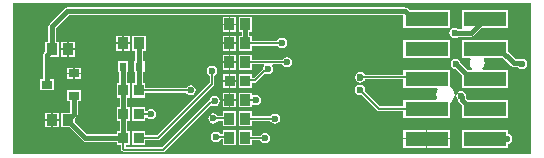
<source format=gbl>
G04*
G04 #@! TF.GenerationSoftware,Altium Limited,Altium Designer,20.2.6 (244)*
G04*
G04 Layer_Physical_Order=2*
G04 Layer_Color=16711680*
%FSLAX25Y25*%
%MOIN*%
G70*
G04*
G04 #@! TF.SameCoordinates,F9A225CC-2508-4984-BBC7-CB0CC3AB3280*
G04*
G04*
G04 #@! TF.FilePolarity,Positive*
G04*
G01*
G75*
%ADD10C,0.01000*%
%ADD11C,0.00500*%
%ADD20C,0.01500*%
%ADD21C,0.02362*%
%ADD22R,0.14488X0.05000*%
%ADD23R,0.03543X0.03937*%
%ADD24R,0.03347X0.03740*%
%ADD25R,0.03740X0.02559*%
%ADD26R,0.02362X0.02756*%
G36*
X468095Y326363D02*
X468095Y276000D01*
X295276Y276000D01*
Y326363D01*
X468095Y326363D01*
D02*
G37*
%LPC*%
G36*
X369693Y321760D02*
X367671D01*
Y319541D01*
X369693D01*
Y321760D01*
D02*
G37*
G36*
X367171D02*
X365150D01*
Y319541D01*
X367171D01*
Y321760D01*
D02*
G37*
G36*
X460402Y324181D02*
X444913D01*
Y318181D01*
X444913D01*
X444887Y317692D01*
X443599D01*
X443136Y318001D01*
X442480Y318131D01*
X441824Y318001D01*
X441268Y317629D01*
X440897Y317073D01*
X440766Y316417D01*
X440897Y315761D01*
X441268Y315205D01*
X441824Y314834D01*
X442480Y314703D01*
X443136Y314834D01*
X443599Y315143D01*
X447859D01*
X448347Y315240D01*
X448760Y315516D01*
X451425Y318181D01*
X460402D01*
Y324181D01*
D02*
G37*
G36*
X425906Y324975D02*
X313425D01*
X312937Y324878D01*
X312524Y324602D01*
X307465Y319543D01*
X307189Y319129D01*
X307092Y318642D01*
Y313492D01*
X306095D01*
Y310357D01*
X305595Y309858D01*
X305319Y309444D01*
X305222Y308957D01*
Y300992D01*
X304126D01*
Y297433D01*
X308866D01*
Y300992D01*
X307771D01*
Y308429D01*
X307897Y308555D01*
X310638D01*
Y313492D01*
X309641D01*
Y318114D01*
X313953Y322426D01*
X425378D01*
X425425Y322379D01*
Y318181D01*
X440913D01*
Y324181D01*
X427228D01*
X426807Y324602D01*
X426393Y324878D01*
X425906Y324975D01*
D02*
G37*
G36*
X369693Y319041D02*
X367671D01*
Y316823D01*
X369693D01*
Y319041D01*
D02*
G37*
G36*
X367171D02*
X365150D01*
Y316823D01*
X367171D01*
Y319041D01*
D02*
G37*
G36*
X369693Y315461D02*
X367671D01*
Y313242D01*
X369693D01*
Y315461D01*
D02*
G37*
G36*
X367171D02*
X365150D01*
Y313242D01*
X367171D01*
Y315461D01*
D02*
G37*
G36*
X334260D02*
X332238D01*
Y313242D01*
X334260D01*
Y315461D01*
D02*
G37*
G36*
X331738D02*
X329716D01*
Y313242D01*
X331738D01*
Y315461D01*
D02*
G37*
G36*
X375008Y321760D02*
X370465D01*
Y316823D01*
X371462D01*
Y315461D01*
X370465D01*
Y310524D01*
X375008D01*
Y312227D01*
X383463D01*
X383709Y311859D01*
X384265Y311487D01*
X384921Y311357D01*
X385577Y311487D01*
X386133Y311859D01*
X386505Y312415D01*
X386635Y313071D01*
X386505Y313727D01*
X386133Y314283D01*
X385577Y314654D01*
X384921Y314785D01*
X384265Y314654D01*
X383709Y314283D01*
X383358Y313757D01*
X375008D01*
Y315461D01*
X374011D01*
Y316823D01*
X375008D01*
Y321760D01*
D02*
G37*
G36*
X315953Y313492D02*
X313931D01*
Y311274D01*
X315953D01*
Y313492D01*
D02*
G37*
G36*
X313431D02*
X311409D01*
Y311274D01*
X313431D01*
Y313492D01*
D02*
G37*
G36*
X369693Y312742D02*
X367671D01*
Y310524D01*
X369693D01*
Y312742D01*
D02*
G37*
G36*
X367171D02*
X365150D01*
Y310524D01*
X367171D01*
Y312742D01*
D02*
G37*
G36*
X334260Y312742D02*
X332238D01*
Y310524D01*
X334260D01*
Y312742D01*
D02*
G37*
G36*
X331738D02*
X329716D01*
Y310524D01*
X331738D01*
Y312742D01*
D02*
G37*
G36*
X315953Y310774D02*
X313931D01*
Y308555D01*
X315953D01*
Y310774D01*
D02*
G37*
G36*
X313431D02*
X311409D01*
Y308555D01*
X313431D01*
Y310774D01*
D02*
G37*
G36*
X440913Y314181D02*
X425425D01*
Y308181D01*
X440913D01*
Y314181D01*
D02*
G37*
G36*
X369693Y309161D02*
X367671D01*
Y306943D01*
X369693D01*
Y309161D01*
D02*
G37*
G36*
X367171D02*
X365150D01*
Y306943D01*
X367171D01*
Y309161D01*
D02*
G37*
G36*
X375008D02*
X370465D01*
Y304224D01*
X375008D01*
Y305928D01*
X378805D01*
X378886Y305824D01*
X379027Y305428D01*
X378731Y304987D01*
X378630Y304475D01*
X375527Y301372D01*
X374811D01*
Y302764D01*
X370465D01*
Y298024D01*
X374811D01*
Y299843D01*
X375844D01*
X376136Y299901D01*
X376385Y300067D01*
X379303Y302985D01*
X379659Y302747D01*
X380315Y302617D01*
X380971Y302747D01*
X381527Y303119D01*
X381898Y303675D01*
X382029Y304331D01*
X381898Y304987D01*
X381604Y305428D01*
X381744Y305824D01*
X381825Y305928D01*
X385038D01*
X385363Y305441D01*
X385919Y305070D01*
X386575Y304940D01*
X387231Y305070D01*
X387787Y305441D01*
X388158Y305998D01*
X388289Y306653D01*
X388158Y307310D01*
X387787Y307866D01*
X387231Y308237D01*
X386575Y308368D01*
X385919Y308237D01*
X385363Y307866D01*
X385090Y307458D01*
X375008D01*
Y309161D01*
D02*
G37*
G36*
X460402Y314181D02*
X444913D01*
Y308181D01*
X447667D01*
X447903Y307740D01*
X447696Y307431D01*
X447505Y306470D01*
X447696Y305510D01*
X448240Y304696D01*
X448295Y304660D01*
X448150Y304181D01*
X446716D01*
X444498Y306399D01*
X444420Y306790D01*
X444049Y307346D01*
X443493Y307717D01*
X442837Y307848D01*
X442181Y307717D01*
X441624Y307346D01*
X441253Y306790D01*
X441122Y306134D01*
X441253Y305478D01*
X441624Y304922D01*
X442181Y304550D01*
X442837Y304420D01*
X442866Y304426D01*
X444913Y302379D01*
Y298181D01*
X460402D01*
Y304181D01*
X451878D01*
X451733Y304660D01*
X451788Y304696D01*
X452332Y305510D01*
X452523Y306470D01*
X452332Y307431D01*
X452125Y307740D01*
X452360Y308181D01*
X458599D01*
X461375Y305405D01*
X461788Y305129D01*
X462276Y305032D01*
X463680D01*
X463749Y304930D01*
X464305Y304558D01*
X464961Y304428D01*
X465617Y304558D01*
X466173Y304930D01*
X466544Y305486D01*
X466675Y306142D01*
X466544Y306798D01*
X466173Y307354D01*
X465617Y307725D01*
X464961Y307856D01*
X464305Y307725D01*
X464089Y307581D01*
X462804D01*
X460402Y309983D01*
Y314181D01*
D02*
G37*
G36*
X369693Y306443D02*
X367671D01*
Y304224D01*
X369693D01*
Y306443D01*
D02*
G37*
G36*
X367171D02*
X365150D01*
Y304224D01*
X367171D01*
Y306443D01*
D02*
G37*
G36*
X317921Y304732D02*
X315801D01*
Y303203D01*
X317921D01*
Y304732D01*
D02*
G37*
G36*
X315301D02*
X313181D01*
Y303203D01*
X315301D01*
Y304732D01*
D02*
G37*
G36*
X440913Y304181D02*
X425425D01*
Y302503D01*
X412606D01*
X412308Y302950D01*
X411752Y303322D01*
X411096Y303452D01*
X410440Y303322D01*
X409883Y302950D01*
X409512Y302394D01*
X409381Y301738D01*
X409401Y301640D01*
X409381Y301541D01*
X409512Y300885D01*
X409883Y300329D01*
X410440Y299958D01*
X411096Y299827D01*
X411752Y299958D01*
X412308Y300329D01*
X412679Y300885D01*
X412697Y300973D01*
X425425D01*
Y298181D01*
X436716D01*
X436962Y297681D01*
X436770Y297430D01*
X436462Y296688D01*
X436357Y295892D01*
X436462Y295095D01*
X436634Y294681D01*
X436300Y294181D01*
X425425D01*
Y291946D01*
X417521D01*
X412593Y296874D01*
X412698Y297402D01*
X412568Y298058D01*
X412196Y298614D01*
X411640Y298985D01*
X410984Y299116D01*
X410328Y298985D01*
X409772Y298614D01*
X409401Y298058D01*
X409270Y297402D01*
X409401Y296746D01*
X409772Y296190D01*
X410328Y295818D01*
X410984Y295688D01*
X411512Y295793D01*
X416664Y290640D01*
X416912Y290475D01*
X417205Y290416D01*
X425425D01*
Y288181D01*
X440913D01*
Y293201D01*
X440974Y293227D01*
X441611Y293716D01*
X442100Y294353D01*
X442408Y295095D01*
X442513Y295892D01*
X442408Y296688D01*
X442100Y297430D01*
X441611Y298068D01*
X440974Y298557D01*
X440913Y298582D01*
Y304181D01*
D02*
G37*
G36*
X317921Y302703D02*
X315801D01*
Y301173D01*
X317921D01*
Y302703D01*
D02*
G37*
G36*
X315301D02*
X313181D01*
Y301173D01*
X315301D01*
Y302703D01*
D02*
G37*
G36*
X369693Y302764D02*
X367770D01*
Y300644D01*
X369693D01*
Y302764D01*
D02*
G37*
G36*
X367270D02*
X365347D01*
Y300644D01*
X367270D01*
Y302764D01*
D02*
G37*
G36*
X369693Y300144D02*
X367770D01*
Y298024D01*
X369693D01*
Y300144D01*
D02*
G37*
G36*
X367270D02*
X365347D01*
Y298024D01*
X367270D01*
Y300144D01*
D02*
G37*
G36*
X339575Y315461D02*
X335032D01*
Y310524D01*
X336098D01*
Y306996D01*
X335760D01*
Y303240D01*
X336048D01*
Y299614D01*
X335032D01*
Y294874D01*
X339378D01*
Y296479D01*
X353053D01*
X353321Y296079D01*
X353877Y295708D01*
X354533Y295577D01*
X355188Y295708D01*
X355745Y296079D01*
X356116Y296635D01*
X356247Y297291D01*
X356116Y297947D01*
X355745Y298503D01*
X355188Y298875D01*
X354533Y299005D01*
X353877Y298875D01*
X353321Y298503D01*
X352990Y298009D01*
X339378D01*
Y299614D01*
X338597D01*
Y303240D01*
X339122D01*
Y306996D01*
X338647D01*
Y310524D01*
X339575D01*
Y315461D01*
D02*
G37*
G36*
X369693Y296563D02*
X367671D01*
Y294344D01*
X369693D01*
Y296563D01*
D02*
G37*
G36*
X367171D02*
X365150D01*
Y294344D01*
X367171D01*
Y296563D01*
D02*
G37*
G36*
X375008D02*
X370465D01*
Y291626D01*
X375008D01*
Y292282D01*
X375508Y292549D01*
X375683Y292432D01*
X376339Y292302D01*
X376994Y292432D01*
X377551Y292804D01*
X377922Y293360D01*
X378053Y294016D01*
X377922Y294672D01*
X377551Y295228D01*
X376994Y295599D01*
X376339Y295730D01*
X375683Y295599D01*
X375508Y295482D01*
X375008Y295750D01*
Y296563D01*
D02*
G37*
G36*
X369693Y293845D02*
X367671D01*
Y291626D01*
X369693D01*
Y293845D01*
D02*
G37*
G36*
X367171D02*
X365150D01*
Y291626D01*
X367171D01*
Y293845D01*
D02*
G37*
G36*
X369693Y290264D02*
X365150D01*
Y288678D01*
X363558D01*
X363259Y289125D01*
X362703Y289497D01*
X362047Y289627D01*
X361391Y289497D01*
X360835Y289125D01*
X360464Y288569D01*
X360333Y287913D01*
X360464Y287258D01*
X360835Y286701D01*
X361391Y286330D01*
X362047Y286199D01*
X362703Y286330D01*
X363259Y286701D01*
X363558Y287149D01*
X365150D01*
Y285327D01*
X369693D01*
Y290264D01*
D02*
G37*
G36*
X444724Y297068D02*
X444068Y296938D01*
X443512Y296566D01*
X443141Y296010D01*
X443010Y295354D01*
X443141Y294698D01*
X443512Y294142D01*
X443645Y294054D01*
X443712Y293717D01*
X443988Y293304D01*
X444913Y292379D01*
Y288181D01*
X460402D01*
Y294181D01*
X446716D01*
X446264Y294633D01*
X446308Y294698D01*
X446438Y295354D01*
X446308Y296010D01*
X445936Y296566D01*
X445380Y296938D01*
X444724Y297068D01*
D02*
G37*
G36*
X310638Y289870D02*
X308616D01*
Y287652D01*
X310638D01*
Y289870D01*
D02*
G37*
G36*
X308116D02*
X306095D01*
Y287652D01*
X308116D01*
Y289870D01*
D02*
G37*
G36*
X339378Y291740D02*
X335032D01*
Y287000D01*
X339378D01*
Y288221D01*
X339878Y288373D01*
X340048Y288119D01*
X340604Y287747D01*
X341260Y287617D01*
X341916Y287747D01*
X342472Y288119D01*
X342843Y288675D01*
X342974Y289331D01*
X342843Y289987D01*
X342472Y290543D01*
X341916Y290914D01*
X341260Y291045D01*
X340604Y290914D01*
X340048Y290543D01*
X339878Y290288D01*
X339378Y290440D01*
Y291740D01*
D02*
G37*
G36*
X375008Y290264D02*
X370465D01*
Y285327D01*
X375008D01*
Y287070D01*
X381087D01*
X381386Y286623D01*
X381943Y286251D01*
X382598Y286121D01*
X383254Y286251D01*
X383810Y286623D01*
X384182Y287179D01*
X384313Y287835D01*
X384182Y288491D01*
X383810Y289047D01*
X383254Y289418D01*
X382598Y289549D01*
X381943Y289418D01*
X381386Y289047D01*
X381087Y288599D01*
X375008D01*
Y290264D01*
D02*
G37*
G36*
X310638Y287152D02*
X308616D01*
Y284933D01*
X310638D01*
Y287152D01*
D02*
G37*
G36*
X308116D02*
X306095D01*
Y284933D01*
X308116D01*
Y287152D01*
D02*
G37*
G36*
X333531Y306996D02*
X330169D01*
Y303240D01*
X330694D01*
Y299614D01*
X329913D01*
Y294874D01*
X330812D01*
Y291740D01*
X329913D01*
Y287000D01*
X330812D01*
Y283866D01*
X329913D01*
Y282771D01*
X319918D01*
X315953Y286736D01*
Y288068D01*
X316452Y288567D01*
X316729Y288981D01*
X316826Y289469D01*
Y293693D01*
X317921D01*
Y297252D01*
X313181D01*
Y293693D01*
X314277D01*
Y289996D01*
X314150Y289870D01*
X311409D01*
Y284933D01*
X314150D01*
X318489Y280595D01*
X318902Y280319D01*
X319390Y280222D01*
X329913D01*
Y279126D01*
X331322D01*
Y277773D01*
X331380Y277481D01*
X331546Y277233D01*
X331839Y276940D01*
X332087Y276774D01*
X332380Y276716D01*
X345276D01*
X345568Y276774D01*
X345816Y276940D01*
X361390Y292513D01*
X361864Y292196D01*
X362520Y292066D01*
X363176Y292196D01*
X363732Y292567D01*
X364103Y293124D01*
X364234Y293779D01*
X364103Y294436D01*
X363732Y294991D01*
X363176Y295363D01*
X362520Y295494D01*
X361864Y295363D01*
X361308Y294991D01*
X360936Y294436D01*
X360868Y294091D01*
X360678Y293964D01*
X344959Y278245D01*
X332851D01*
Y279126D01*
X334260D01*
Y283866D01*
X333361D01*
Y287000D01*
X334260D01*
Y291740D01*
X333361D01*
Y294874D01*
X334260D01*
Y299614D01*
X333243D01*
Y303240D01*
X333531D01*
Y306996D01*
D02*
G37*
G36*
X369693Y283965D02*
X365150D01*
Y282576D01*
X364464D01*
X364165Y283023D01*
X363609Y283395D01*
X362953Y283525D01*
X362297Y283395D01*
X361741Y283023D01*
X361369Y282467D01*
X361239Y281811D01*
X361369Y281155D01*
X361741Y280599D01*
X362297Y280227D01*
X362953Y280097D01*
X363609Y280227D01*
X364165Y280599D01*
X364464Y281046D01*
X365150D01*
Y279028D01*
X369693D01*
Y283965D01*
D02*
G37*
G36*
X361642Y305460D02*
X360986Y305330D01*
X360430Y304958D01*
X360058Y304402D01*
X359928Y303746D01*
X360058Y303090D01*
X360430Y302534D01*
X360877Y302235D01*
Y299833D01*
X343305Y282261D01*
X339378D01*
Y283866D01*
X335032D01*
Y279126D01*
X339378D01*
Y280731D01*
X343622D01*
X343915Y280790D01*
X344163Y280955D01*
X362183Y298975D01*
X362183Y298975D01*
X362348Y299223D01*
X362407Y299516D01*
X362407Y299516D01*
Y302235D01*
X362854Y302534D01*
X363226Y303090D01*
X363356Y303746D01*
X363226Y304402D01*
X362854Y304958D01*
X362298Y305330D01*
X361642Y305460D01*
D02*
G37*
G36*
X440913Y284181D02*
X433419D01*
Y281431D01*
X440913D01*
Y284181D01*
D02*
G37*
G36*
X432919D02*
X425425D01*
Y281431D01*
X432919D01*
Y284181D01*
D02*
G37*
G36*
X375008Y283965D02*
X370465D01*
Y279028D01*
X375008D01*
Y280574D01*
X377781D01*
X378079Y280127D01*
X378635Y279755D01*
X379291Y279625D01*
X379947Y279755D01*
X380503Y280127D01*
X380875Y280683D01*
X381005Y281339D01*
X380875Y281995D01*
X380503Y282551D01*
X379947Y282922D01*
X379291Y283053D01*
X378635Y282922D01*
X378079Y282551D01*
X377781Y282103D01*
X375008D01*
Y283965D01*
D02*
G37*
G36*
X460402Y284181D02*
X444913D01*
Y278181D01*
X460402D01*
Y279437D01*
X460617Y279479D01*
X461173Y279851D01*
X461544Y280407D01*
X461675Y281063D01*
X461544Y281719D01*
X461173Y282275D01*
X460617Y282646D01*
X460402Y282689D01*
Y284181D01*
D02*
G37*
G36*
X440913Y280931D02*
X433419D01*
Y278181D01*
X440913D01*
Y280931D01*
D02*
G37*
G36*
X432919D02*
X425425D01*
Y278181D01*
X432919D01*
Y280931D01*
D02*
G37*
%LPD*%
D10*
X452658Y321181D02*
X452854Y321378D01*
X452658Y311181D02*
X453169Y311693D01*
D11*
X361642Y299516D02*
Y303746D01*
X343622Y281496D02*
X361642Y299516D01*
X337205Y281496D02*
X343622D01*
X354485Y297244D02*
X354533Y297291D01*
X337205Y297244D02*
X354485D01*
X337205Y289370D02*
X341220D01*
X341260Y289331D01*
X372852Y300608D02*
X375844D01*
X379959Y303974D02*
X380315Y304331D01*
X379211Y303974D02*
X379959D01*
X375844Y300608D02*
X379211Y303974D01*
X372638Y300394D02*
X372852Y300608D01*
X345276Y277480D02*
X361219Y293423D01*
X332380Y277480D02*
X345276D01*
X362163Y293423D02*
X362520Y293779D01*
X361219Y293423D02*
X362163D01*
X362953Y281811D02*
X366831D01*
X367284Y281358D01*
X367421Y281496D01*
X417205Y291181D02*
X433169D01*
X410984Y297402D02*
X417205Y291181D01*
X432612Y301738D02*
X433169Y301181D01*
X411096Y301738D02*
X432612D01*
X332087Y277773D02*
Y281496D01*
Y277773D02*
X332380Y277480D01*
X372776Y287835D02*
X382598D01*
X372736Y281496D02*
X372894Y281339D01*
X379291D01*
X372736Y306693D02*
X386535D01*
X386575Y306653D01*
X372736Y312992D02*
X384842D01*
X384921Y313071D01*
X372736Y294094D02*
X376260D01*
X376339Y294016D01*
X367303Y287913D02*
X367421Y287795D01*
X362047Y287913D02*
X367303D01*
X372736Y287795D02*
X372776Y287835D01*
X447913Y281181D02*
X452658D01*
D20*
X447859Y316417D02*
X452640Y321199D01*
X442480Y316417D02*
X447859D01*
X452658Y311181D02*
X457402D01*
X462276Y306307D01*
X464796D01*
X464961Y306142D01*
X452658Y281181D02*
X452776Y281063D01*
X459961D01*
X447913Y291181D02*
X452658D01*
X444889Y294205D02*
X447913Y291181D01*
X444889Y294205D02*
Y295189D01*
X444724Y295354D02*
X444889Y295189D01*
X442837Y306134D02*
X442961D01*
X447913Y301181D01*
X452658D01*
X452640Y321199D02*
X452658Y321181D01*
X337323Y297362D02*
Y305138D01*
X331968Y297362D02*
X332087Y297244D01*
X331968Y297362D02*
Y305000D01*
X331850Y305118D02*
X331968Y305000D01*
X372736Y312992D02*
Y319291D01*
X319390Y281496D02*
X332087D01*
X313681Y287205D02*
X319390Y281496D01*
X313681Y287205D02*
Y287402D01*
X315551Y289469D02*
Y295472D01*
X313681Y287598D02*
X315551Y289469D01*
X313681Y287402D02*
Y287598D01*
X306496Y299213D02*
Y308957D01*
X308366Y310827D01*
Y311024D01*
Y318642D01*
X313425Y323701D01*
X425906D01*
X332087Y281496D02*
Y289370D01*
X332087Y297244D02*
X332087Y297244D01*
Y289370D02*
Y297244D01*
X337323Y305138D02*
X337372Y305187D01*
X337205Y297244D02*
X337323Y297362D01*
X337372Y305187D02*
Y312923D01*
X337303Y312992D02*
X337372Y312923D01*
X425906Y323701D02*
X428425Y321181D01*
X433169D01*
D21*
X442480Y316417D02*
D03*
X361929Y316220D02*
D03*
X318268Y311063D02*
D03*
X327638Y312953D02*
D03*
X442362Y281181D02*
D03*
X411096Y301541D02*
D03*
X464961Y306142D02*
D03*
X459961Y281063D02*
D03*
X444724Y295354D02*
D03*
X442837Y306134D02*
D03*
X361642Y303746D02*
D03*
X354533Y297291D02*
D03*
X391693Y291850D02*
D03*
X341260Y289331D02*
D03*
X380315Y304331D02*
D03*
X362953Y281811D02*
D03*
X410984Y297402D02*
D03*
X411096Y301738D02*
D03*
X362520Y293779D02*
D03*
X379291Y281339D02*
D03*
X386575Y306653D02*
D03*
X384921Y313071D02*
D03*
X376339Y294016D02*
D03*
X362047Y287913D02*
D03*
X382598Y287835D02*
D03*
D22*
X433169Y291181D02*
D03*
Y301181D02*
D03*
Y311181D02*
D03*
Y321181D02*
D03*
Y281181D02*
D03*
X452658D02*
D03*
Y291181D02*
D03*
Y301181D02*
D03*
Y311181D02*
D03*
Y321181D02*
D03*
D23*
X367421Y319291D02*
D03*
X372736D02*
D03*
Y312992D02*
D03*
X367421D02*
D03*
Y294094D02*
D03*
X372736D02*
D03*
X367421Y306693D02*
D03*
X372736D02*
D03*
X367421Y287795D02*
D03*
X372736D02*
D03*
Y281496D02*
D03*
X367421D02*
D03*
X313681Y287402D02*
D03*
X308366D02*
D03*
Y311024D02*
D03*
X313681D02*
D03*
X331988Y312992D02*
D03*
X337303D02*
D03*
D24*
X372638Y300394D02*
D03*
X367520D02*
D03*
X332087Y281496D02*
D03*
X337205D02*
D03*
X332087Y289370D02*
D03*
X337205D02*
D03*
X337205Y297244D02*
D03*
X332087D02*
D03*
D25*
X306496Y299213D02*
D03*
X315551Y295472D02*
D03*
Y302953D02*
D03*
D26*
X331850Y305118D02*
D03*
X337441D02*
D03*
M02*

</source>
